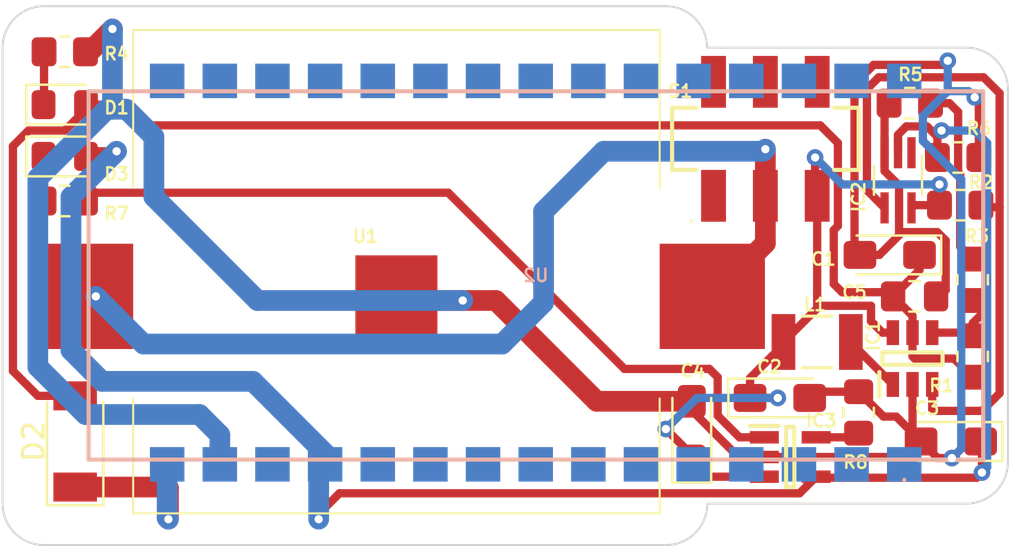
<source format=kicad_pcb>
(kicad_pcb (version 20211014) (generator pcbnew)
  (layers (0 "F.Cu" signal) (31 "B.Cu" signal) (34 "B.Paste" user) (35 "F.Paste" user) (36 "B.SilkS" user "B.Silkscreen") (37 "F.SilkS" user "F.Silkscreen") (38 "B.Mask" user) (39 "F.Mask" user) (44 "Edge.Cuts" user))
  (net 0 "")
  (net 1 "+5V")
  (net 2 "GND")
  (net 3 "/+BattSw")
  (net 4 "VBUS")
  (net 5 "+BATT")
  (net 6 "Net-(D1-Pad1)")
  (net 7 "Net-(D2-Pad1)")
  (net 8 "Net-(D3-Pad1)")
  (net 9 "Net-(IC1-Pad1)")
  (net 10 "Net-(IC1-Pad3)")
  (net 11 "Net-(IC1-Pad4)")
  (net 13 "Net-(IC3-Pad1)")
  (net 14 "Net-(IC3-Pad5)")
  (net 15 "Net-(R3-Pad2)")
  (footprint "Capacitor_Tantalum_SMD:CP_EIA-3216-18_Kemet-A_Pad1.58x1.35mm_HandSolder" (layer "F.Cu") (at 138.25 85.5 90)
    (fp_text reference "C4" (at 2.9 0.05 unlocked) (layer "F.SilkS") (effects (font (size 0.6 0.6) (thickness 0.12))))
    (fp_text value "4,7uF")
    (fp_line (start -2.485 -0.935) (end -2.485 0.935) (layer "F.SilkS") (width 0.12))
    (fp_line (start 1.6 -0.935) (end -2.485 -0.935) (layer "F.SilkS") (width 0.12))
    (fp_line (start -2.485 0.935) (end 1.6 0.935) (layer "F.SilkS") (width 0.12))
    (pad "1" smd roundrect (at -1.4375 0 90) (size 1.575 1.35) (layers "F.Cu" "F.Paste" "F.Mask") (roundrect_rratio 0.1851851852) (net 3 "/+BattSw"))
    (pad "2" smd roundrect (at 1.4375 0 90) (size 1.575 1.35) (layers "F.Cu" "F.Paste" "F.Mask") (roundrect_rratio 0.1851851852) (net 2 "GND"))
  )
  (footprint "LED_SMD:LED_0805_2012Metric_Pad1.15x1.40mm_HandSolder" (layer "F.Cu") (at 108 69.75)
    (fp_text reference "D1" (at 2.5 0.15 unlocked) (layer "F.SilkS") (effects (font (size 0.6 0.6) (thickness 0.12))))
    (fp_text value "LED")
    (fp_line (start 1 -0.96) (end -1.86 -0.96) (layer "F.SilkS") (width 0.12))
    (fp_line (start -1.86 0.96) (end 1 0.96) (layer "F.SilkS") (width 0.12))
    (fp_line (start -1.86 -0.96) (end -1.86 0.96) (layer "F.SilkS") (width 0.12))
    (pad "1" smd roundrect (at -1.025 0) (size 1.15 1.4) (layers "F.Cu" "F.Paste" "F.Mask") (roundrect_rratio 0.2173913043) (net 6 "Net-(D1-Pad1)"))
    (pad "2" smd roundrect (at 1.025 0) (size 1.15 1.4) (layers "F.Cu" "F.Paste" "F.Mask") (roundrect_rratio 0.2173913043) (net 1 "+5V"))
  )
  (footprint "Resistor_SMD:R_0805_2012Metric_Pad1.20x1.40mm_HandSolder" (layer "F.Cu") (at 146.3 84.6 -90)
    (fp_text reference "R8" (at 2.4 0.15 unlocked) (layer "F.SilkS") (effects (font (size 0.6 0.6) (thickness 0.12))))
    (fp_text value "2kohm")
    (fp_line (start -0.227064 -0.735) (end 0.227064 -0.735) (layer "F.SilkS") (width 0.12))
    (fp_line (start -0.227064 0.735) (end 0.227064 0.735) (layer "F.SilkS") (width 0.12))
    (pad "1" smd roundrect (at -1 0 270) (size 1.2 1.4) (layers "F.Cu" "F.Paste" "F.Mask") (roundrect_rratio 0.2083333333) (net 2 "GND"))
    (pad "2" smd roundrect (at 1 0 270) (size 1.2 1.4) (layers "F.Cu" "F.Paste" "F.Mask") (roundrect_rratio 0.2083333333) (net 14 "Net-(IC3-Pad5)"))
  )
  (footprint "Resistor_SMD:R_0805_2012Metric_Pad1.20x1.40mm_HandSolder" (layer "F.Cu") (at 108 67.2 180)
    (fp_text reference "R4" (at -2.5 -0.1 unlocked) (layer "F.SilkS") (effects (font (size 0.6 0.6) (thickness 0.12))))
    (fp_text value "1kohm")
    (fp_line (start -0.227064 -0.735) (end 0.227064 -0.735) (layer "F.SilkS") (width 0.12))
    (fp_line (start -0.227064 0.735) (end 0.227064 0.735) (layer "F.SilkS") (width 0.12))
    (pad "1" smd roundrect (at -1 0 180) (size 1.2 1.4) (layers "F.Cu" "F.Paste" "F.Mask") (roundrect_rratio 0.2083333333) (net 2 "GND"))
    (pad "2" smd roundrect (at 1 0 180) (size 1.2 1.4) (layers "F.Cu" "F.Paste" "F.Mask") (roundrect_rratio 0.2083333333) (net 6 "Net-(D1-Pad1)"))
  )
  (footprint "Capacitor_Tantalum_SMD:CP_EIA-3216-18_Kemet-A_Pad1.58x1.35mm_HandSolder" (layer "F.Cu") (at 147.8 77 180)
    (fp_text reference "C1" (at 3.2 -0.2 unlocked) (layer "F.SilkS") (effects (font (size 0.6 0.6) (thickness 0.12))))
    (fp_text value "10uF")
    (fp_line (start 1.6 -0.935) (end -2.485 -0.935) (layer "F.SilkS") (width 0.12))
    (fp_line (start -2.485 0.935) (end 1.6 0.935) (layer "F.SilkS") (width 0.12))
    (fp_line (start -2.485 -0.935) (end -2.485 0.935) (layer "F.SilkS") (width 0.12))
    (pad "1" smd roundrect (at -1.4375 0 180) (size 1.575 1.35) (layers "F.Cu" "F.Paste" "F.Mask") (roundrect_rratio 0.1851851852) (net 1 "+5V"))
    (pad "2" smd roundrect (at 1.4375 0 180) (size 1.575 1.35) (layers "F.Cu" "F.Paste" "F.Mask") (roundrect_rratio 0.1851851852) (net 2 "GND"))
  )
  (footprint "lib:SOT95P270X145-5N" (layer "F.Cu") (at 143 86.75)
    (fp_text reference "IC3" (at 1.5 -1.75 unlocked) (layer "F.SilkS") (effects (font (size 0.6 0.6) (thickness 0.12))))
    (fp_text value "MCP73831-2ATI_OT" hide)
    (fp_line (start -0.2 1.45) (end -0.2 -1.45) (layer "F.SilkS") (width 0.2))
    (fp_line (start -1.95 -1.5) (end -0.55 -1.5) (layer "F.SilkS") (width 0.2))
    (fp_line (start 0.2 1.45) (end -0.2 1.45) (layer "F.SilkS") (width 0.2))
    (fp_line (start -0.2 -1.45) (end 0.2 -1.45) (layer "F.SilkS") (width 0.2))
    (fp_line (start 0.2 -1.45) (end 0.2 1.45) (layer "F.SilkS") (width 0.2))
    (pad "1" smd rect (at -1.25 -0.95 90) (size 0.6 1.4) (layers "F.Cu" "F.Paste" "F.Mask") (net 13 "Net-(IC3-Pad1)"))
    (pad "2" smd rect (at -1.25 0 90) (size 0.6 1.4) (layers "F.Cu" "F.Paste" "F.Mask") (net 2 "GND"))
    (pad "3" smd rect (at -1.25 0.95 90) (size 0.6 1.4) (layers "F.Cu" "F.Paste" "F.Mask") (net 3 "/+BattSw"))
    (pad "4" smd rect (at 1.25 0.95 90) (size 0.6 1.4) (layers "F.Cu" "F.Paste" "F.Mask") (net 4 "VBUS"))
    (pad "5" smd rect (at 1.25 -0.95 90) (size 0.6 1.4) (layers "F.Cu" "F.Paste" "F.Mask") (net 14 "Net-(IC3-Pad5)"))
  )
  (footprint "Resistor_SMD:R_0805_2012Metric_Pad1.20x1.40mm_HandSolder" (layer "F.Cu") (at 151.1 72.3)
    (fp_text reference "R6" (at 1 -1.4 unlocked) (layer "F.SilkS") (effects (font (size 0.6 0.6) (thickness 0.12))))
    (fp_text value "10kohm")
    (fp_line (start -0.227064 0.735) (end 0.227064 0.735) (layer "F.SilkS") (width 0.12))
    (fp_line (start -0.227064 -0.735) (end 0.227064 -0.735) (layer "F.SilkS") (width 0.12))
    (pad "1" smd roundrect (at -1 0) (size 1.2 1.4) (layers "F.Cu" "F.Paste" "F.Mask") (roundrect_rratio 0.2083333333) (net 4 "VBUS"))
    (pad "2" smd roundrect (at 1 0) (size 1.2 1.4) (layers "F.Cu" "F.Paste" "F.Mask") (roundrect_rratio 0.2083333333) (net 2 "GND"))
  )
  (footprint "Capacitor_Tantalum_SMD:CP_EIA-3216-18_Kemet-A_Pad1.58x1.35mm_HandSolder" (layer "F.Cu") (at 142.5 83.9)
    (fp_text reference "C2" (at -0.5 -1.5 unlocked) (layer "F.SilkS") (effects (font (size 0.6 0.6) (thickness 0.12))))
    (fp_text value "10uF")
    (fp_line (start 1.6 -0.935) (end -2.485 -0.935) (layer "F.SilkS") (width 0.12))
    (fp_line (start -2.485 -0.935) (end -2.485 0.935) (layer "F.SilkS") (width 0.12))
    (fp_line (start -2.485 0.935) (end 1.6 0.935) (layer "F.SilkS") (width 0.12))
    (pad "1" smd roundrect (at -1.4375 0) (size 1.575 1.35) (layers "F.Cu" "F.Paste" "F.Mask") (roundrect_rratio 0.1851851852) (net 3 "/+BattSw"))
    (pad "2" smd roundrect (at 1.4375 0) (size 1.575 1.35) (layers "F.Cu" "F.Paste" "F.Mask") (roundrect_rratio 0.1851851852) (net 2 "GND"))
  )
  (footprint "lib:JS202011SCQN" (layer "F.Cu") (at 141.8 71.4)
    (fp_text reference "S1" (at -4.1 -2.3 unlocked) (layer "F.SilkS") (effects (font (size 0.6 0.6) (thickness 0.12))))
    (fp_text value "JS202011SCQN" hide)
    (fp_line (start 4.5 -1.5) (end 3.323 -1.5) (layer "F.SilkS") (width 0.2))
    (fp_line (start -3.614 3.968) (end -3.614 3.968) (layer "F.SilkS") (width 0.07159))
    (fp_line (start 4.5 1.5) (end 3.323 1.5) (layer "F.SilkS") (width 0.2))
    (fp_line (start -4.5 -1.5) (end -3.323 -1.5) (layer "F.SilkS") (width 0.2))
    (fp_line (start 4.5 1.5) (end 4.5 -1.5) (layer "F.SilkS") (width 0.2))
    (fp_line (start -3.542 3.968) (end -3.542 3.968) (layer "F.SilkS") (width 0.07159))
    (fp_line (start -4.5 1.5) (end -3.323 1.5) (layer "F.SilkS") (width 0.2))
    (fp_line (start -4.5 -1.5) (end -4.5 1.5) (layer "F.SilkS") (width 0.2))
    (fp_arc (start -3.614 3.968) (mid -3.578 3.932) (end -3.542 3.968) (layer "F.SilkS") (width 0.07159))
    (fp_arc (start -3.542 3.968) (mid -3.578 4.004) (end -3.614 3.968) (layer "F.SilkS") (width 0.07159))
    (pad "1" smd rect (at -2.5 2.75) (size 1.2 2.5) (layers "F.Cu" "F.Paste" "F.Mask"))
    (pad "2" smd rect (at 0 2.75) (size 1.2 2.5) (layers "F.Cu" "F.Paste" "F.Mask") (net 5 "+BATT"))
    (pad "3" smd rect (at 2.5 2.75) (size 1.2 2.5) (layers "F.Cu" "F.Paste" "F.Mask") (net 3 "/+BattSw"))
    (pad "4" smd rect (at 2.5 -2.75) (size 1.2 2.5) (layers "F.Cu" "F.Paste" "F.Mask"))
    (pad "5" smd rect (at 0 -2.75) (size 1.2 2.5) (layers "F.Cu" "F.Paste" "F.Mask"))
    (pad "6" smd rect (at -2.5 -2.75) (size 1.2 2.5) (layers "F.Cu" "F.Paste" "F.Mask"))
  )
  (footprint "Package_TO_SOT_SMD:SOT-353_SC-70-5_Handsoldering" (layer "F.Cu") (at 148.2 73.4 -90)
    (fp_text reference "IC2" (at 0.8 1.9 90 unlocked) (layer "F.SilkS") (effects (font (size 0.6 0.6) (thickness 0.12))))
    (fp_text value "74LVC1G04Z-7")
    (fp_line (start -0.7 1.16) (end 0.7 1.16) (layer "F.SilkS") (width 0.12))
    (fp_line (start 0.7 -1.16) (end -1.2 -1.16) (layer "F.SilkS") (width 0.12))
    (pad "1" smd rect (at -1.33 -0.65 270) (size 1.5 0.4) (layers "F.Cu" "F.Paste" "F.Mask"))
    (pad "2" smd rect (at -1.33 0 270) (size 1.5 0.4) (layers "F.Cu" "F.Paste" "F.Mask") (net 4 "VBUS"))
    (pad "3" smd rect (at -1.33 0.65 270) (size 1.5 0.4) (layers "F.Cu" "F.Paste" "F.Mask") (net 2 "GND"))
    (pad "4" smd rect (at 1.33 0.65 270) (size 1.5 0.4) (layers "F.Cu" "F.Paste" "F.Mask") (net 10 "Net-(IC1-Pad3)"))
    (pad "5" smd rect (at 1.33 -0.65 270) (size 1.5 0.4) (layers "F.Cu" "F.Paste" "F.Mask") (net 3 "/+BattSw"))
  )
  (footprint "Resistor_SMD:R_0805_2012Metric_Pad1.20x1.40mm_HandSolder" (layer "F.Cu") (at 151.8 78.2 90)
    (fp_text reference "R3" (at 2.1 0.2 unlocked) (layer "F.SilkS") (effects (font (size 0.6 0.6) (thickness 0.12))))
    (fp_text value "110K")
    (fp_line (start -0.227064 -0.735) (end 0.227064 -0.735) (layer "F.SilkS") (width 0.12))
    (fp_line (start -0.227064 0.735) (end 0.227064 0.735) (layer "F.SilkS") (width 0.12))
    (pad "1" smd roundrect (at -1 0 90) (size 1.2 1.4) (layers "F.Cu" "F.Paste" "F.Mask") (roundrect_rratio 0.2083333333) (net 11 "Net-(IC1-Pad4)"))
    (pad "2" smd roundrect (at 1 0 90) (size 1.2 1.4) (layers "F.Cu" "F.Paste" "F.Mask") (roundrect_rratio 0.2083333333) (net 15 "Net-(R3-Pad2)"))
  )
  (footprint "lib:SOT95P280X145-6N" (layer "F.Cu") (at 148.9 82 90)
    (fp_text reference "IC1" (at 1.1 -1.9 90 unlocked) (layer "F.SilkS") (effects (font (size 0.6 0.6) (thickness 0.12))))
    (fp_text value "TLV61220" hide)
    (fp_line (start -0.3 1.45) (end -0.3 -1.45) (layer "F.SilkS") (width 0.2))
    (fp_line (start 0.3 1.45) (end -0.3 1.45) (layer "F.SilkS") (width 0.2))
    (fp_line (start -1.85 -1.6) (end -0.65 -1.6) (layer "F.SilkS") (width 0.2))
    (fp_line (start -0.3 -1.45) (end 0.3 -1.45) (layer "F.SilkS") (width 0.2))
    (fp_line (start 0.3 -1.45) (end 0.3 1.45) (layer "F.SilkS") (width 0.2))
    (pad "1" smd rect (at -1.25 -0.95 180) (size 0.6 1.2) (layers "F.Cu" "F.Paste" "F.Mask") (net 9 "Net-(IC1-Pad1)"))
    (pad "2" smd rect (at -1.25 0 180) (size 0.6 1.2) (layers "F.Cu" "F.Paste" "F.Mask") (net 2 "GND"))
    (pad "3" smd rect (at -1.25 0.95 180) (size 0.6 1.2) (layers "F.Cu" "F.Paste" "F.Mask") (net 10 "Net-(IC1-Pad3)"))
    (pad "4" smd rect (at 1.25 0.95 180) (size 0.6 1.2) (layers "F.Cu" "F.Paste" "F.Mask") (net 11 "Net-(IC1-Pad4)"))
    (pad "5" smd rect (at 1.25 0 180) (size 0.6 1.2) (layers "F.Cu" "F.Paste" "F.Mask") (net 1 "+5V"))
    (pad "6" smd rect (at 1.25 -0.95 180) (size 0.6 1.2) (layers "F.Cu" "F.Paste" "F.Mask") (net 3 "/+BattSw"))
  )
  (footprint "lib:INDC3225X210N" (layer "F.Cu") (at 144.3 81.2)
    (fp_text reference "L1" (at -0.1 -1.8 unlocked) (layer "F.SilkS") (effects (font (size 0.6 0.6) (thickness 0.12))))
    (fp_text value "B82422A1472K100" hide)
    (fp_line (start -0.7112 1.2446) (end 0.7112 1.2446) (layer "F.SilkS") (width 0.1524))
    (fp_line (start 0.7112 -1.2446) (end -0.7112 -1.2446) (layer "F.SilkS") (width 0.1524))
    (pad "1" smd rect (at -1.6256 0) (size 1.143 2.6924) (layers "F.Cu" "F.Paste" "F.Mask") (net 3 "/+BattSw"))
    (pad "2" smd rect (at 1.6256 0) (size 1.143 2.6924) (layers "F.Cu" "F.Paste" "F.Mask") (net 9 "Net-(IC1-Pad1)"))
  )
  (footprint "lib:3006" (layer "F.Cu") (at 124 77.81 180)
    (fp_text reference "U1" (at 1.5 1.71 unlocked) (layer "F.SilkS") (effects (font (size 0.6 0.6) (thickness 0.12))))
    (fp_text value "3006" hide)
    (fp_line (start 12.7 11.66) (end -12.7 11.66) (layer "F.SilkS") (width 0.1))
    (fp_line (start -12.7 -6.12) (end -12.7 -11.66) (layer "F.SilkS") (width 0.1))
    (fp_line (start 12.7 -11.66) (end 12.7 -6.12) (layer "F.SilkS") (width 0.1))
    (fp_line (start -12.7 11.66) (end -12.7 4.04) (layer "F.SilkS") (width 0.1))
    (fp_line (start 12.7 4.04) (end 12.7 11.66) (layer "F.SilkS") (width 0.1))
    (fp_line (start -12.7 -11.66) (end 12.7 -11.66) (layer "F.SilkS") (width 0.1))
    (pad "1" smd rect (at -15.24 -1.19 270) (size 5.08 5.08) (layers "F.Cu" "F.Paste" "F.Mask") (net 5 "+BATT"))
    (pad "2" smd rect (at 15.24 -1.19 270) (size 5.08 5.08) (layers "F.Cu" "F.Paste" "F.Mask") (net 5 "+BATT"))
    (pad "3" smd rect (at 0 -1.19 270) (size 3.96 3.96) (layers "F.Cu" "F.Paste" "F.Mask") (net 2 "GND"))
  )
  (footprint "Capacitor_Tantalum_SMD:CP_EIA-3216-18_Kemet-A_Pad1.58x1.35mm_HandSolder" (layer "F.Cu") (at 150.75 86 180)
    (fp_text reference "C3" (at 1.15 1.6 unlocked) (layer "F.SilkS") (effects (font (size 0.6 0.6) (thickness 0.12))))
    (fp_text value "4,7uF")
    (fp_line (start -2.485 -0.935) (end -2.485 0.935) (layer "F.SilkS") (width 0.12))
    (fp_line (start -2.485 0.935) (end 1.6 0.935) (layer "F.SilkS") (width 0.12))
    (fp_line (start 1.6 -0.935) (end -2.485 -0.935) (layer "F.SilkS") (width 0.12))
    (pad "1" smd roundrect (at -1.4375 0 180) (size 1.575 1.35) (layers "F.Cu" "F.Paste" "F.Mask") (roundrect_rratio 0.1851851852) (net 4 "VBUS"))
    (pad "2" smd roundrect (at 1.4375 0 180) (size 1.575 1.35) (layers "F.Cu" "F.Paste" "F.Mask") (roundrect_rratio 0.1851851852) (net 2 "GND"))
  )
  (footprint "Resistor_SMD:R_0805_2012Metric_Pad1.20x1.40mm_HandSolder" (layer "F.Cu") (at 151.2 74.6 180)
    (fp_text reference "R2" (at -1 1.1 unlocked) (layer "F.SilkS") (effects (font (size 0.6 0.6) (thickness 0.12))))
    (fp_text value "10kohm")
    (fp_line (start -0.227064 -0.735) (end 0.227064 -0.735) (layer "F.SilkS") (width 0.12))
    (fp_line (start -0.227064 0.735) (end 0.227064 0.735) (layer "F.SilkS") (width 0.12))
    (pad "1" smd roundrect (at -1 0 180) (size 1.2 1.4) (layers "F.Cu" "F.Paste" "F.Mask") (roundrect_rratio 0.2083333333) (net 10 "Net-(IC1-Pad3)"))
    (pad "2" smd roundrect (at 1 0 180) (size 1.2 1.4) (layers "F.Cu" "F.Paste" "F.Mask") (roundrect_rratio 0.2083333333) (net 3 "/+BattSw"))
  )
  (footprint "Capacitor_SMD:C_0805_2012Metric_Pad1.18x1.45mm_HandSolder" (layer "F.Cu") (at 149 79)
    (fp_text reference "C5" (at -2.9 -0.2) (layer "F.SilkS") (effects (font (size 0.6 0.6) (thickness 0.12))))
    (fp_text value "100nF")
    (fp_line (start -0.261252 0.735) (end 0.261252 0.735) (layer "F.SilkS") (width 0.12))
    (fp_line (start -0.261252 -0.735) (end 0.261252 -0.735) (layer "F.SilkS") (width 0.12))
    (pad "1" smd roundrect (at -1.0375 0) (size 1.175 1.45) (layers "F.Cu" "F.Paste" "F.Mask") (roundrect_rratio 0.2127659574) (net 1 "+5V"))
    (pad "2" smd roundrect (at 1.0375 0) (size 1.175 1.45) (layers "F.Cu" "F.Paste" "F.Mask") (roundrect_rratio 0.2127659574) (net 2 "GND"))
  )
  (footprint "Resistor_SMD:R_0805_2012Metric_Pad1.20x1.40mm_HandSolder" (layer "F.Cu") (at 151.8 81.9 90)
    (fp_text reference "R1" (at -1.4 -1.5 unlocked) (layer "F.SilkS") (effects (font (size 0.6 0.6) (thickness 0.12))))
    (fp_text value "1M")
    (fp_line (start -0.227064 0.735) (end 0.227064 0.735) (layer "F.SilkS") (width 0.12))
    (fp_line (start -0.227064 -0.735) (end 0.227064 -0.735) (layer "F.SilkS") (width 0.12))
    (pad "1" smd roundrect (at -1 0 90) (size 1.2 1.4) (layers "F.Cu" "F.Paste" "F.Mask") (roundrect_rratio 0.2083333333) (net 1 "+5V"))
    (pad "2" smd roundrect (at 1 0 90) (size 1.2 1.4) (layers "F.Cu" "F.Paste" "F.Mask") (roundrect_rratio 0.2083333333) (net 11 "Net-(IC1-Pad4)"))
  )
  (footprint "Diode_SMD:D_SOD-128" (layer "F.Cu") (at 108.5 86 90)
    (fp_text reference "D2" (at 0 -2 90) (layer "F.SilkS"))
    (fp_text value "PMEG6020ER")
    (fp_line (start -3.08 -1.36) (end 1.9 -1.36) (layer "F.SilkS") (width 0.12))
    (fp_line (start -3.08 1.36) (end 1.9 1.36) (layer "F.SilkS") (width 0.12))
    (fp_line (start -3.08 -1.36) (end -3.08 1.36) (layer "F.SilkS") (width 0.12))
    (pad "1" smd rect (at -2.2 0 90) (size 1.4 2.1) (layers "F.Cu" "F.Paste" "F.Mask") (net 7 "Net-(D2-Pad1)"))
    (pad "2" smd rect (at 2.2 0 90) (size 1.4 2.1) (layers "F.Cu" "F.Paste" "F.Mask") (net 1 "+5V"))
  )
  (footprint "Resistor_SMD:R_0805_2012Metric_Pad1.20x1.40mm_HandSolder" (layer "F.Cu") (at 148.76875 69.68125 180)
    (fp_text reference "R5" (at -0.03125 1.38125 unlocked) (layer "F.SilkS") (effects (font (size 0.6 0.6) (thickness 0.12))))
    (fp_text value "1K")
    (fp_line (start -0.227064 -0.735) (end 0.227064 -0.735) (layer "F.SilkS") (width 0.12))
    (fp_line (start -0.227064 0.735) (end 0.227064 0.735) (layer "F.SilkS") (width 0.12))
    (pad "1" smd roundrect (at -1 0 180) (size 1.2 1.4) (layers "F.Cu" "F.Paste" "F.Mask") (roundrect_rratio 0.2083333333) (net 15 "Net-(R3-Pad2)"))
    (pad "2" smd roundrect (at 1 0 180) (size 1.2 1.4) (layers "F.Cu" "F.Paste" "F.Mask") (roundrect_rratio 0.2083333333) (net 2 "GND"))
  )
  (footprint "LED_SMD:LED_0805_2012Metric_Pad1.15x1.40mm_HandSolder" (layer "F.Cu") (at 108 72.25)
    (fp_text reference "D3" (at 2.5 0.85 unlocked) (layer "F.SilkS") (effects (font (size 0.6 0.6) (thickness 0.12))))
    (fp_text value "LED")
    (fp_line (start -1.86 -0.96) (end -1.86 0.96) (layer "F.SilkS") (width 0.12))
    (fp_line (start -1.86 0.96) (end 1 0.96) (layer "F.SilkS") (width 0.12))
    (fp_line (start 1 -0.96) (end -1.86 -0.96) (layer "F.SilkS") (width 0.12))
    (pad "1" smd roundrect (at -1.025 0) (size 1.15 1.4) (layers "F.Cu" "F.Paste" "F.Mask") (roundrect_rratio 0.2173913043) (net 8 "Net-(D3-Pad1)"))
    (pad "2" smd roundrect (at 1.025 0) (size 1.15 1.4) (layers "F.Cu" "F.Paste" "F.Mask") (roundrect_rratio 0.2173913043) (net 4 "VBUS"))
  )
  (footprint "Resistor_SMD:R_0805_2012Metric_Pad1.20x1.40mm_HandSolder" (layer "F.Cu") (at 108 74.4 180)
    (fp_text reference "R7" (at -2.5 -0.6 unlocked) (layer "F.SilkS") (effects (font (size 0.6 0.6) (thickness 0.12))))
    (fp_text value "470ohm")
    (fp_line (start -0.227064 -0.735) (end 0.227064 -0.735) (layer "F.SilkS") (width 0.12))
    (fp_line (start -0.227064 0.735) (end 0.227064 0.735) (layer "F.SilkS") (width 0.12))
    (pad "1" smd roundrect (at -1 0 180) (size 1.2 1.4) (layers "F.Cu" "F.Paste" "F.Mask") (roundrect_rratio 0.2083333333) (net 13 "Net-(IC3-Pad1)"))
    (pad "2" smd roundrect (at 1 0 180) (size 1.2 1.4) (layers "F.Cu" "F.Paste" "F.Mask") (roundrect_rratio 0.2083333333) (net 8 "Net-(D3-Pad1)"))
  )
  (footprint "lib:ABX00027" (layer "B.Cu") (at 148.5 85.605 180)
    (fp_text reference "U2" (at 17.77 7.615) (layer "B.SilkS") (effects (font (size 0.6 0.6) (thickness 0.12)) (justify mirror)))
    (fp_text value "ABX00027" hide)
    (fp_line (start -3.81 16.5) (end 39.35 16.5) (layer "B.SilkS") (width 0.2))
    (fp_line (start 0 -2.3) (end 0 -2.3) (layer "B.SilkS") (width 0.1))
    (fp_line (start -3.81 -1.27) (end -3.81 16.5) (layer "B.SilkS") (width 0.2))
    (fp_line (start 39.35 16.5) (end 39.35 -1.27) (layer "B.SilkS") (width 0.2))
    (fp_line (start 39.35 -1.27) (end -3.81 -1.27) (layer "B.SilkS") (width 0.2))
    (fp_line (start 0 -2.2) (end 0 -2.2) (layer "B.SilkS") (width 0.1))
    (fp_arc (start 0 -2.3) (mid 0.05 -2.25) (end 0 -2.2) (layer "B.SilkS") (width 0.1))
    (fp_arc (start 0 -2.2) (mid -0.05 -2.25) (end 0 -2.3) (layer "B.SilkS") (width 0.1))
    (pad "1" smd rect (at 0 -1.5 180) (size 1.665 1.665) (layers "B.Cu" "B.Paste" "B.Mask"))
    (pad "2" smd rect (at 2.54 -1.5 180) (size 1.665 1.665) (layers "B.Cu" "B.Paste" "B.Mask"))
    (pad "3" smd rect (at 5.08 -1.5 180) (size 1.665 1.665) (layers "B.Cu" "B.Paste" "B.Mask"))
    (pad "4" smd rect (at 7.62 -1.5 180) (size 1.665 1.665) (layers "B.Cu" "B.Paste" "B.Mask"))
    (pad "5" smd rect (at 10.16 -1.5 180) (size 1.665 1.665) (layers "B.Cu" "B.Paste" "B.Mask"))
    (pad "6" smd rect (at 12.7 -1.5 180) (size 1.665 1.665) (layers "B.Cu" "B.Paste" "B.Mask"))
    (pad "7" smd rect (at 15.24 -1.5 180) (size 1.665 1.665) (layers "B.Cu" "B.Paste" "B.Mask"))
    (pad "8" smd rect (at 17.78 -1.5 180) (size 1.665 1.665) (layers "B.Cu" "B.Paste" "B.Mask"))
    (pad "9" smd rect (at 20.32 -1.5 180) (size 1.665 1.665) (layers "B.Cu" "B.Paste" "B.Mask"))
    (pad "10" smd rect (at 22.86 -1.5 180) (size 1.665 1.665) (layers "B.Cu" "B.Paste" "B.Mask"))
    (pad "11" smd rect (at 25.4 -1.5 180) (size 1.665 1.665) (layers "B.Cu" "B.Paste" "B.Mask"))
    (pad "12" smd rect (at 27.94 -1.5 180) (size 1.665 1.665) (layers "B.Cu" "B.Paste" "B.Mask") (net 4 "VBUS"))
    (pad "13" smd rect (at 30.48 -1.5 180) (size 1.665 1.665) (layers "B.Cu" "B.Paste" "B.Mask"))
    (pad "14" smd rect (at 33.02 -1.5 180) (size 1.665 1.665) (layers "B.Cu" "B.Paste" "B.Mask") (net 2 "GND"))
    (pad "15" smd rect (at 35.56 -1.5 180) (size 1.665 1.665) (layers "B.Cu" "B.Paste" "B.Mask") (net 7 "Net-(D2-Pad1)"))
    (pad "16" smd rect (at 35.56 17 180) (size 1.665 1.665) (layers "B.Cu" "B.Paste" "B.Mask"))
    (pad "17" smd rect (at 33.02 17 180) (size 1.665 1.665) (layers "B.Cu" "B.Paste" "B.Mask"))
    (pad "18" smd rect (at 30.48 17 180) (size 1.665 1.665) (layers "B.Cu" "B.Paste" "B.Mask"))
    (pad "19" smd rect (at 27.94 17 180) (size 1.665 1.665) (layers "B.Cu" "B.Paste" "B.Mask"))
    (pad "20" smd rect (at 25.4 17 180) (size 1.665 1.665) (layers "B.Cu" "B.Paste" "B.Mask"))
    (pad "21" smd rect (at 22.86 17 180) (size 1.665 1.665) (layers "B.Cu" "B.Paste" "B.Mask"))
    (pad "22" smd rect (at 20.32 17 180) (size 1.665 1.665) (layers "B.Cu" "B.Paste" "B.Mask"))
    (pad "23" smd rect (at 17.78 17 180) (size 1.665 1.665) (layers "B.Cu" "B.Paste" "B.Mask"))
    (pad "24" smd rect (at 15.24 17 180) (size 1.665 1.665) (layers "B.Cu" "B.Paste" "B.Mask"))
    (pad "25" smd rect (at 12.7 17 180) (size 1.665 1.665) (layers "B.Cu" "B.Paste" "B.Mask"))
    (pad "26" smd rect (at 10.16 17 180) (size 1.665 1.665) (layers "B.Cu" "B.Paste" "B.Mask"))
    (pad "27" smd rect (at 7.62 17 180) (size 1.665 1.665) (layers "B.Cu" "B.Paste" "B.Mask"))
    (pad "28" smd rect (at 5.08 17 180) (size 1.665 1.665) (layers "B.Cu" "B.Paste" "B.Mask"))
    (pad "29" smd rect (at 2.54 17 180) (size 1.665 1.665) (layers "B.Cu" "B.Paste" "B.Mask"))
    (pad "30" smd rect (at 0 17 180) (size 1.665 1.665) (layers "B.Cu" "B.Paste" "B.Mask"))
  )
  (gr_line (start 153.5 69) (end 153.499999 87.014163) (layer "Edge.Cuts") (width 0.1))
  (gr_line (start 105.000001 66.985837) (end 105 89) (layer "Edge.Cuts") (width 0.1))
  (gr_arc (start 139 89) (mid 138.414214 90.414214) (end 137 91) (layer "Edge.Cuts") (width 0.1))
  (gr_line (start 139 89) (end 151.5 89) (layer "Edge.Cuts") (width 0.1))
  (gr_line (start 106.985837 90.999999) (end 137 91) (layer "Edge.Cuts") (width 0.1))
  (gr_arc (start 106.985837 90.999999) (mid 105.580785 90.409215) (end 105 89) (layer "Edge.Cuts") (width 0.1))
  (gr_arc (start 137 65.000001) (mid 138.405052 65.590785) (end 138.985837 67) (layer "Edge.Cuts") (width 0.1))
  (gr_arc (start 105.000001 66.985837) (mid 105.590785 65.580785) (end 107 65) (layer "Edge.Cuts") (width 0.1))
  (gr_line (start 137 65) (end 107 65) (layer "Edge.Cuts") (width 0.1))
  (gr_arc (start 153.499999 87.014163) (mid 152.909215 88.419215) (end 151.5 89) (layer "Edge.Cuts") (width 0.1))
  (gr_arc (start 151.514163 67.000001) (mid 152.919215 67.590785) (end 153.5 69) (layer "Edge.Cuts") (width 0.1))
  (gr_line (start 138.985837 67) (end 151.514163 67.000001) (layer "Edge.Cuts") (width 0.1))
  (segment (start 147.7 79) (end 147.5 78.8) (width 0.4) (layer "F.Cu") (net 1))
  (segment (start 145.1 75.799511) (end 145.299511 75.6) (width 0.4) (layer "F.Cu") (net 1))
  (segment (start 106.25 71) (end 108 71) (width 0.4) (layer "F.Cu") (net 1))
  (segment (start 105.5 71.75) (end 106.25 71) (width 0.4) (layer "F.Cu") (net 1))
  (segment (start 105.5 82.6) (end 105.5 71.75) (width 0.4) (layer "F.Cu") (net 1))
  (segment (start 145.299511 75.6) (end 145.299511 71.599511) (width 0.4) (layer "F.Cu") (net 1))
  (segment (start 148.9 79.9375) (end 147.9625 79) (width 0.4) (layer "F.Cu") (net 1))
  (segment (start 145.5 78.8) (end 145.1 78.4) (width 0.4) (layer "F.Cu") (net 1))
  (segment (start 147.5 78.8) (end 145.5 78.8) (width 0.4) (layer "F.Cu") (net 1))
  (segment (start 148.9 81.9) (end 149 82) (width 0.4) (layer "F.Cu") (net 1))
  (segment (start 149.2375 77) (end 149.2375 76.730722) (width 0.4) (layer "F.Cu") (net 1))
  (segment (start 106.7 83.8) (end 105.5 82.6) (width 0.4) (layer "F.Cu") (net 1))
  (segment (start 148.9 80.75) (end 148.9 81.9) (width 0.4) (layer "F.Cu") (net 1))
  (segment (start 145.299511 71.599511) (end 144.45 70.75) (width 0.4) (layer "F.Cu") (net 1))
  (segment (start 149.2375 77.725) (end 147.9625 79) (width 0.4) (layer "F.Cu") (net 1))
  (segment (start 108 71) (end 109.025 69.975) (width 0.4) (layer "F.Cu") (net 1))
  (segment (start 150.9 82) (end 151.8 82.9) (width 0.4) (layer "F.Cu") (net 1))
  (segment (start 149.2375 77) (end 149.2375 77.725) (width 0.4) (layer "F.Cu") (net 1))
  (segment (start 106.7 83.8) (end 108.5 83.8) (width 0.4) (layer "F.Cu") (net 1))
  (segment (start 111.75 70.75) (end 110.75 69.75) (width 0.4) (layer "F.Cu") (net 1))
  (segment (start 147.9625 79) (end 147.7 79) (width 0.4) (layer "F.Cu") (net 1))
  (segment (start 145.1 78.4) (end 145.1 75.799511) (width 0.4) (layer "F.Cu") (net 1))
  (segment (start 109.025 69.975) (end 109.025 69.75) (width 0.4) (layer "F.Cu") (net 1))
  (segment (start 149 82) (end 150.9 82) (width 0.4) (layer "F.Cu") (net 1))
  (segment (start 149.2375 76.730722) (end 149.106778 76.6) (width 0.4) (layer "F.Cu") (net 1))
  (segment (start 144.45 70.75) (end 111.75 70.75) (width 0.4) (layer "F.Cu") (net 1))
  (segment (start 110.75 69.75) (end 109.025 69.75) (width 0.4) (layer "F.Cu") (net 1))
  (segment (start 148.9 80.75) (end 148.9 79.9375) (width 0.4) (layer "F.Cu") (net 1))
  (segment (start 146.10048 68.75167) (end 146.10048 76.73798) (width 0.4) (layer "F.Cu") (net 2))
  (segment (start 127.2 79.2) (end 128.8 79.2) (width 1) (layer "F.Cu") (net 2))
  (segment (start 147.55 69.9) (end 147.55 72.07) (width 0.4) (layer "F.Cu") (net 2))
  (segment (start 124.2 79.2) (end 124 79) (width 1) (layer "F.Cu") (net 2))
  (segment (start 150.1 75.9) (end 148.4 75.9) (width 0.4) (layer "F.Cu") (net 2))
  (segment (start 146.10048 76.73798) (end 146.3625 77) (width 0.4) (layer "F.Cu") (net 2))
  (segment (start 140.5 86.75) (end 138.25 84.5) (width 0.4) (layer "F.Cu") (net 2))
  (segment (start 149.3125 86) (end 148.5625 86.75) (width 0.4) (layer "F.Cu") (net 2))
  (segment (start 148.249511 73.649511) (end 147.55 72.95) (width 0.4) (layer "F.Cu") (net 2))
  (segment (start 150.1125 86.8) (end 149.3125 86) (width 0.4) (layer "F.Cu") (net 2))
  (segment (start 138.25 84.5) (end 138.25 84.0625) (width 0.4) (layer "F.Cu") (net 2))
  (segment (start 150.5 76.3) (end 150.1 75.9) (width 0.4) (layer "F.Cu") (net 2))
  (segment (start 148.249511 76.050489) (end 148.249511 73.649511) (width 0.4) (layer "F.Cu") (net 2))
  (segment (start 150.5 78.7) (end 150.5 76.3) (width 0.4) (layer "F.Cu") (net 2))
  (segment (start 150.8 86.8) (end 150.1125 86.8) (width 0.4) (layer "F.Cu") (net 2))
  (segment (start 109 67.2) (end 109.2 67.2) (width 1) (layer "F.Cu") (net 2))
  (segment (start 152.1 69.6) (end 151.9 69.4) (width 0.4) (layer "F.Cu") (net 2))
  (segment (start 150.0375 79) (end 150.2 79) (width 0.4) (layer "F.Cu") (net 2))
  (segment (start 146.3 83.6) (end 144.2375 83.6) (width 0.4) (layer "F.Cu") (net 2))
  (segment (start 147.02042 67.83173) (end 146.10048 68.75167) (width 0.4) (layer "F.Cu") (net 2))
  (segment (start 141.75 86.75) (end 140.5 86.75) (width 0.4) (layer "F.Cu") (net 2))
  (segment (start 152.1 72.3) (end 152.1 69.6) (width 0.4) (layer "F.Cu") (net 2))
  (segment (start 109.2 67.2) (end 110.3 66.1) (width 1) (layer "F.Cu") (net 2))
  (segment (start 148.1125 84.8) (end 149.3125 86) (width 0.4) (layer "F.Cu") (net 2))
  (segment (start 147.76875 69.68125) (end 147.620901 69.68125) (width 0.4) (layer "F.Cu") (net 2))
  (segment (start 144.2375 83.6) (end 143.9375 83.9) (width 0.4) (layer "F.Cu") (net 2))
  (segment (start 146.3625 77) (end 147.3 77) (width 0.4) (layer "F.Cu") (net 2))
  (segment (start 147.3 77) (end 148.249511 76.050489) (width 0.4) (layer "F.Cu") (net 2))
  (segment (start 148.4 75.9) (end 148.249511 76.050489) (width 0.4) (layer "F.Cu") (net 2))
  (segment (start 147.5 84.8) (end 148.1125 84.8) (width 0.4) (layer "F.Cu") (net 2))
  (segment (start 148.9 83.25) (end 148.9 85.5875) (width 0.4) (layer "F.Cu") (net 2))
  (segment (start 150.6 67.63175) (end 150.40002 67.83173) (width 0.4) (layer "F.Cu") (net 2))
  (segment (start 148.9 85.5875) (end 149.3125 86) (width 0.4) (layer "F.Cu") (net 2))
  (segment (start 147.55 72.95) (end 147.55 72.07) (width 0.4) (layer "F.Cu") (net 2))
  (segment (start 128.8 79.2) (end 133.6625 84.0625) (width 1) (layer "F.Cu") (net 2))
  (segment (start 150.2 79) (end 150.5 78.7) (width 0.4) (layer "F.Cu") (net 2))
  (segment (start 127.2 79.2) (end 124.2 79.2) (width 1) (layer "F.Cu") (net 2))
  (segment (start 150.40002 67.83173) (end 147.02042 67.83173) (width 0.4) (layer "F.Cu") (net 2))
  (segment (start 133.6625 84.0625) (end 138.25 84.0625) (width 1) (layer "F.Cu") (net 2))
  (segment (start 148.5625 86.75) (end 141.75 86.75) (width 0.4) (layer "F.Cu") (net 2))
  (segment (start 146.3 83.6) (end 147.5 84.8) (width 0.4) (layer "F.Cu") (net 2))
  (segment (start 147.76875 69.68125) (end 147.55 69.9) (width 0.4) (layer "F.Cu") (net 2))
  (via (at 151.9 69.4) (size 0.8) (drill 0.4) (layers "F.Cu" "B.Cu") (net 2))
  (via (at 110.3 66.1) (size 0.8) (drill 0.4) (layers "F.Cu" "B.Cu") (net 2))
  (via (at 150.8 86.8) (size 0.8) (drill 0.4) (layers "F.Cu" "B.Cu") (net 2))
  (via (at 127.2 79.2) (size 0.8) (drill 0.4) (layers "F.Cu" "B.Cu") (net 2))
  (via (at 150.6 67.63175) (size 0.8) (drill 0.4) (layers "F.Cu" "B.Cu") (net 2))
  (segment (start 117.3 79.2) (end 112.3 74.2) (width 1) (layer "B.Cu") (net 2))
  (segment (start 115.48 87.105) (end 115.48 85.68) (width 1) (layer "B.Cu") (net 2))
  (segment (start 150.6 67.63175) (end 150.6 69.1) (width 0.4) (layer "B.Cu") (net 2))
  (segment (start 150.6 69.1) (end 149.4 70.3) (width 0.4) (layer "B.Cu") (net 2))
  (segment (start 114.5 84.7) (end 109 84.7) (width 1) (layer "B.Cu") (net 2))
  (segment (start 115.48 85.68) (end 114.5 84.7) (width 1) (layer "B.Cu") (net 2))
  (segment (start 112.3 74.2) (end 112.3 71.3) (width 1) (layer "B.Cu") (net 2))
  (segment (start 149.4 70.3) (end 149.4 71.5) (width 0.4) (layer "B.Cu") (net 2))
  (segment (start 151.9 69.4) (end 151.6 69.1) (width 0.4) (layer "B.Cu") (net 2))
  (segment (start 151.25 86.35) (end 150.8 86.8) (width 0.4) (layer "B.Cu") (net 2))
  (segment (start 127.2 79.2) (end 117.3 79.2) (width 1) (layer "B.Cu") (net 2))
  (segment (start 151.6 69.1) (end 150.6 69.1) (width 0.4) (layer "B.Cu") (net 2))
  (segment (start 110.3 69.972113) (end 110.3 66.1) (width 1) (layer "B.Cu") (net 2))
  (segment (start 106.7 73.3) (end 110.027887 69.972113) (width 1) (layer "B.Cu") (net 2))
  (segment (start 149.4 71.5) (end 151.25 73.35) (width 0.4) (layer "B.Cu") (net 2))
  (segment (start 110.972113 69.972113) (end 110.3 69.972113) (width 1) (layer "B.Cu") (net 2))
  (segment (start 106.7 82.4) (end 106.7 73.3) (width 1) (layer "B.Cu") (net 2))
  (segment (start 112.3 71.3) (end 110.972113 69.972113) (width 1) (layer "B.Cu") (net 2))
  (segment (start 151.25 73.35) (end 151.25 86.35) (width 0.4) (layer "B.Cu") (net 2))
  (segment (start 109 84.7) (end 106.7 82.4) (width 1) (layer "B.Cu") (net 2))
  (segment (start 110.027887 69.972113) (end 110.3 69.972113) (width 1) (layer "B.Cu") (net 2))
  (segment (start 142.4 83.9) (end 141.0625 83.9) (width 0.4) (layer "F.Cu") (net 3))
  (segment (start 144.3 79.5744) (end 142.6744 81.2) (width 0.4) (layer "F.Cu") (net 3))
  (segment (start 147.45 80.75) (end 146.896611 80.196611) (width 0.4) (layer "F.Cu") (net 3))
  (segment (start 138.25 86.65) (end 137 85.4) (width 0.4) (layer "F.Cu") (net 3))
  (segment (start 146.896611 79.454289) (end 144.420111 79.454289) (width 0.4) (layer "F.Cu") (net 3))
  (segment (start 147.9 80.8) (end 147.95 80.75) (width 0.4) (layer "F.Cu") (net 3))
  (segment (start 144.3 78.9744) (end 144.3 74.15) (width 0.4) (layer "F.Cu") (net 3))
  (segment (start 142.6744 80.3256) (end 142.6744 81.2) (width 0.4) (layer "F.Cu") (net 3))
  (segment (start 148.98 74.6) (end 148.85 74.73) (width 0.4) (layer "F.Cu") (net 3))
  (segment (start 141.0625 83.9) (end 141.0625 82.939511) (width 0.4) (layer "F.Cu") (net 3))
  (segment (start 146.896611 80.196611) (end 146.896611 79.454289) (width 0.4) (layer "F.Cu") (net 3))
  (segment (start 150.2 74.6) (end 148.98 74.6) (width 0.4) (layer "F.Cu") (net 3))
  (segment (start 150.2 73.5995) (end 150.2 74.6) (width 0.4) (layer "F.Cu") (net 3))
  (segment (start 141.75 87.7) (end 139.0125 87.7) (width 0.4) (layer "F.Cu") (net 3))
  (segment (start 142.6744 81.327611) (end 142.6744 81.2) (width 0.4) (layer "F.Cu") (net 3))
  (segment (start 144.3 78.9744) (end 144.3 79.5744) (width 0.4) (layer "F.Cu") (net 3))
  (segment (start 147.95 80.75) (end 147.45 80.75) (width 0.4) (layer "F.Cu") (net 3))
  (segment (start 144.2 74.05) (end 144.3 74.15) (width 0.4) (layer "F.Cu") (net 3))
  (segment (start 144.420111 79.454289) (end 144.3 79.5744) (width 0.4) (layer "F.Cu") (net 3))
  (segment (start 139.0125 87.7) (end 138.25 86.9375) (width 0.4) (layer "F.Cu") (net 3))
  (segment (start 144.2 72.3) (end 144.2 74.05) (width 0.4) (layer "F.Cu") (net 3))
  (segment (start 141.0625 82.939511) (end 142.6744 81.327611) (width 0.4) (layer "F.Cu") (net 3))
  (segment (start 138.25 86.9375) (end 138.25 86.65) (width 0.4) (layer "F.Cu") (net 3))
  (via (at 144.2 72.3) (size 0.8) (drill 0.4) (layers "F.Cu" "B.Cu") (net 3))
  (via (at 137 85.4) (size 0.8) (drill 0.4) (layers "F.Cu" "B.Cu") (net 3))
  (via (at 142.4 83.9) (size 0.8) (drill 0.4) (layers "F.Cu" "B.Cu") (net 3))
  (via (at 150.2 73.5995) (size 0.8) (drill 0.4) (layers "F.Cu" "B.Cu") (net 3))
  (segment (start 138.5 83.9) (end 142.4 83.9) (width 0.4) (layer "B.Cu") (net 3))
  (segment (start 150.2 73.5995) (end 145.4995 73.5995) (width 0.4) (layer "B.Cu") (net 3))
  (segment (start 137 85.4) (end 138.5 83.9) (width 0.4) (layer "B.Cu") (net 3))
  (segment (start 145.4995 73.5995) (end 144.2 72.3) (width 0.4) (layer "B.Cu") (net 3))
  (segment (start 152.25 87.5) (end 152 87.75) (width 0.4) (layer "F.Cu") (net 4))
  (segment (start 152 87.75) (end 144.3 87.75) (width 0.4) (layer "F.Cu") (net 4))
  (segment (start 149.6 70.8) (end 148.6 70.8) (width 0.4) (layer "F.Cu") (net 4))
  (segment (start 150.3 71) (end 150.3 71.1) (width 0.4) (layer "F.Cu") (net 4))
  (segment (start 109.275 72) (end 109.025 72.25) (width 0.4) (layer "F.Cu") (net 4))
  (segment (start 150.3 71.1) (end 150.1 71.3) (width 0.4) (layer "F.Cu") (net 4))
  (segment (start 148.6 70.8) (end 148.2 71.2) (width 0.4) (layer "F.Cu") (net 4))
  (segment (start 120.25 89.75) (end 120.25 89.5) (width 0.4) (layer "F.Cu") (net 4))
  (segment (start 121.25 88.5) (end 143.45 88.5) (width 0.4) (layer "F.Cu") (net 4))
  (segment (start 144.3 87.75) (end 144.25 87.7) (width 0.4) (layer "F.Cu") (net 4))
  (segment (start 148.2 71.2) (end 148.2 72.07) (width 0.4) (layer "F.Cu") (net 4))
  (segment (start 120.25 89.5) (end 121.25 88.5) (width 0.4) (layer "F.Cu") (net 4))
  (segment (start 152.25 86.0625) (end 152.1875 86) (width 0.4) (layer "F.Cu") (net 4))
  (segment (start 143.45 88.5) (end 144.25 87.7) (width 0.4) (layer "F.Cu") (net 4))
  (segment (start 150.1 72.3) (end 150.1 71.3) (width 0.4) (layer "F.Cu") (net 4))
  (segment (start 110.5 72) (end 109.275 72) (width 0.4) (layer "F.Cu") (net 4))
  (segment (start 150.1 71.3) (end 149.6 70.8) (width 0.4) (layer "F.Cu") (net 4))
  (segment (start 152.25 87.5) (end 152.25 86.0625) (width 0.4) (layer "F.Cu") (net 4))
  (via (at 150.3 71) (size 0.8) (drill 0.4) (layers "F.Cu" "B.Cu") (net 4))
  (via (at 120.25 89.75) (size 0.8) (drill 0.4) (layers "F.Cu" "B.Cu") (net 4))
  (via (at 152.25 87.5) (size 0.8) (drill 0.4) (layers "F.Cu" "B.Cu") (net 4))
  (via (at 110.5 72) (size 0.8) (drill 0.4) (layers "F.Cu" "B.Cu") (net 4))
  (segment (start 117.079022 83.1) (end 120.56 86.580978) (width 1) (layer "B.Cu") (net 4))
  (segment (start 120.56 86.580978) (end 120.56 87.105) (width 1) (layer "B.Cu") (net 4))
  (segment (start 150.3 71) (end 151.9 71) (width 0.4) (layer "B.Cu") (net 4))
  (segment (start 151.9 71) (end 152.5 71.6) (width 0.4) (layer "B.Cu") (net 4))
  (segment (start 120.25 87.415) (end 120.56 87.105) (width 1) (layer "B.Cu") (net 4))
  (segment (start 152.5 87.25) (end 152.25 87.5) (width 0.4) (layer "B.Cu") (net 4))
  (segment (start 110.5 72) (end 108.3 74.2) (width 1) (layer "B.Cu") (net 4))
  (segment (start 108.3 81.6) (end 109.8 83.1) (width 1) (layer "B.Cu") (net 4))
  (segment (start 120.25 89.75) (end 120.25 87.415) (width 1) (layer "B.Cu") (net 4))
  (segment (start 152.5 71.6) (end 152.5 87.25) (width 0.4) (layer "B.Cu") (net 4))
  (segment (start 109.8 83.1) (end 117.079022 83.1) (width 1) (layer "B.Cu") (net 4))
  (segment (start 108.3 74.2) (end 108.3 81.6) (width 1) (layer "B.Cu") (net 4))
  (segment (start 141.8 76.44) (end 140.088188 78.151812) (width 1) (layer "F.Cu") (net 5))
  (segment (start 141.8 74.15) (end 141.8 76.44) (width 1) (layer "F.Cu") (net 5))
  (segment (start 141.8 71.9) (end 141.8 74.15) (width 1) (layer "F.Cu") (net 5))
  (via (at 109.49952 79) (size 0.8) (drill 0.4) (layers "F.Cu" "B.Cu") (net 5))
  (via (at 141.8 71.9) (size 0.8) (drill 0.4) (layers "F.Cu" "B.Cu") (net 5))
  (segment (start 141.7 72) (end 134 72) (width 1) (layer "B.Cu") (net 5))
  (segment (start 131.1 74.9) (end 131.1 79.3) (width 1) (layer "B.Cu") (net 5))
  (segment (start 129.1 81.3) (end 111.79952 81.3) (width 1) (layer "B.Cu") (net 5))
  (segment (start 131.1 79.3) (end 129.1 81.3) (width 1) (layer "B.Cu") (net 5))
  (segment (start 111.79952 81.3) (end 109.49952 79) (width 1) (layer "B.Cu") (net 5))
  (segment (start 134 72) (end 131.1 74.9) (width 1) (layer "B.Cu") (net 5))
  (segment (start 141.8 71.9) (end 141.7 72) (width 1) (layer "B.Cu") (net 5))
  (segment (start 107 69.725) (end 106.975 69.75) (width 0.4) (layer "F.Cu") (net 6))
  (segment (start 107 67.2) (end 107 69.725) (width 0.4) (layer "F.Cu") (net 6))
  (segment (start 113 88.25) (end 112.95 88.2) (width 1) (layer "F.Cu") (net 7))
  (segment (start 113 89.75) (end 113 88.25) (width 1) (layer "F.Cu") (net 7))
  (segment (start 112.95 88.2) (end 108.5 88.2) (width 1) (layer "F.Cu") (net 7))
  (via (at 113 89.75) (size 0.8) (drill 0.4) (layers "F.Cu" "B.Cu") (net 7))
  (segment (start 112.94 87.105) (end 112.94 89.69) (width 1) (layer "B.Cu") (net 7))
  (segment (start 112.94 89.69) (end 113 89.75) (width 1) (layer "B.Cu") (net 7))
  (segment (start 107 72.275) (end 106.975 72.25) (width 0.4) (layer "F.Cu") (net 8))
  (segment (start 107 74.4) (end 107 72.275) (width 0.4) (layer "F.Cu") (net 8))
  (segment (start 147.95 83.25) (end 145.9256 81.2256) (width 0.4) (layer "F.Cu") (net 9))
  (segment (start 145.9256 81.2256) (end 145.9256 81.2) (width 0.4) (layer "F.Cu") (net 9))
  (segment (start 153.09952 69.19952) (end 153.09952 74.69952) (width 0.4) (layer "F.Cu") (net 10))
  (segment (start 146.7 69) (end 147.26875 68.43125) (width 0.4) (layer "F.Cu") (net 10))
  (segment (start 153.09952 74.69952) (end 153.09952 83.67548) (width 0.4) (layer "F.Cu") (net 10))
  (segment (start 149.925 84.525) (end 149.85 84.45) (width 0.4) (layer "F.Cu") (net 10))
  (segment (start 146.7 73.88) (end 146.7 69) (width 0.4) (layer "F.Cu") (net 10))
  (segment (start 147.55 74.73) (end 146.7 73.88) (width 0.4) (layer "F.Cu") (net 10))
  (segment (start 152.25 84.525) (end 149.925 84.525) (width 0.4) (layer "F.Cu") (net 10))
  (segment (start 153.09952 74.69952) (end 152.29952 74.69952) (width 0.4) (layer "F.Cu") (net 10))
  (segment (start 149.85 84.45) (end 149.85 83.25) (width 0.4) (layer "F.Cu") (net 10))
  (segment (start 152.29952 74.69952) (end 152.2 74.6) (width 0.4) (layer "F.Cu") (net 10))
  (segment (start 147.26875 68.43125) (end 152.33125 68.43125) (width 0.4) (layer "F.Cu") (net 10))
  (segment (start 153.09952 83.67548) (end 152.25 84.525) (width 0.4) (layer "F.Cu") (net 10))
  (segment (start 152.33125 68.43125) (end 153.09952 69.19952) (width 0.4) (layer "F.Cu") (net 10))
  (segment (start 151.8 80.3) (end 151.8 80.9) (width 0.4) (layer "F.Cu") (net 11))
  (segment (start 151.8 79.2) (end 152.3 79.7) (width 0.4) (layer "F.Cu") (net 11))
  (segment (start 149.85 80.75) (end 151.65 80.75) (width 0.4) (layer "F.Cu") (net 11))
  (segment (start 152.4 79.7) (end 151.8 80.3) (width 0.4) (layer "F.Cu") (net 11))
  (segment (start 152.3 79.7) (end 152.4 79.7) (width 0.4) (layer "F.Cu") (net 11))
  (segment (start 151.65 80.75) (end 151.8 80.9) (width 0.4) (layer "F.Cu") (net 11))
  (segment (start 139.1 82.5) (end 135 82.5) (width 0.4) (layer "F.Cu") (net 13))
  (segment (start 140.55 85.8) (end 139.5 84.75) (width 0.4) (layer "F.Cu") (net 13))
  (segment (start 135 82.5) (end 126.5 74) (width 0.4) (layer "F.Cu") (net 13))
  (segment (start 109.4 74) (end 109 74.4) (width 0.4) (layer "F.Cu") (net 13))
  (segment (start 126.5 74) (end 109.4 74) (width 0.4) (layer "F.Cu") (net 13))
  (segment (start 139.5 82.9) (end 139.1 82.5) (width 0.4) (layer "F.Cu") (net 13))
  (segment (start 141.75 85.8) (end 140.55 85.8) (width 0.4) (layer "F.Cu") (net 13))
  (segment (start 139.5 84.75) (end 139.5 82.9) (width 0.4) (layer "F.Cu") (net 13))
  (segment (start 144.25 85.8) (end 146.1 85.8) (width 0.4) (layer "F.Cu") (net 14))
  (segment (start 146.1 85.8) (end 146.3 85.6) (width 0.4) (layer "F.Cu") (net 14))
  (segment (start 150.68125 69.68125) (end 149.76875 69.68125) (width 0.4) (layer "F.Cu") (net 15))
  (segment (start 151.19952 73.118079) (end 151.10048 73.019039) (width 0.4) (layer "F.Cu") (net 15))
  (segment (start 151.19952 76.59952) (end 151.19952 73.118079) (width 0.4) (layer "F.Cu") (net 15))
  (segment (start 151.10048 70.10048) (end 150.68125 69.68125) (width 0.4) (layer "F.Cu") (net 15))
  (segment (start 151.10048 73.019039) (end 151.10048 70.10048) (width 0.4) (layer "F.Cu") (net 15))
  (segment (start 151.8 77.2) (end 151.19952 76.59952) (width 0.4) (layer "F.Cu") (net 15))
)
</source>
